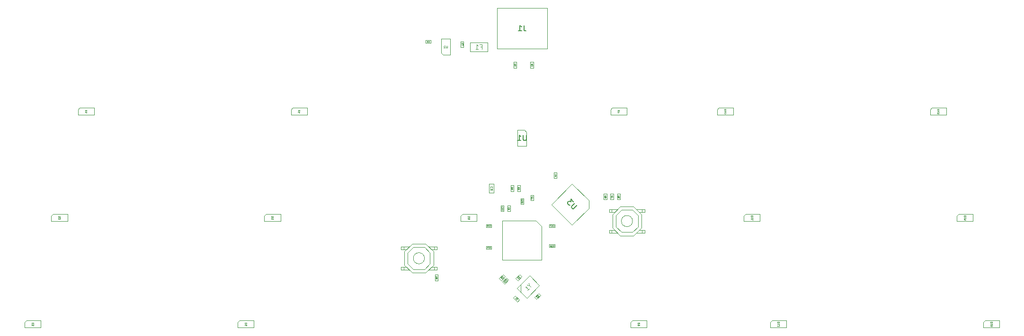
<source format=gbr>
%TF.GenerationSoftware,KiCad,Pcbnew,7.0.6*%
%TF.CreationDate,2023-07-16T23:36:15-04:00*%
%TF.ProjectId,littolRP2040,6c697474-6f6c-4525-9032-3034302e6b69,rev?*%
%TF.SameCoordinates,PX2d6b3a0PY7e098dc*%
%TF.FileFunction,AssemblyDrawing,Bot*%
%FSLAX46Y46*%
G04 Gerber Fmt 4.6, Leading zero omitted, Abs format (unit mm)*
G04 Created by KiCad (PCBNEW 7.0.6) date 2023-07-16 23:36:15*
%MOMM*%
%LPD*%
G01*
G04 APERTURE LIST*
%ADD10C,0.040000*%
%ADD11C,0.050000*%
%ADD12C,0.120000*%
%ADD13C,0.060000*%
%ADD14C,0.105000*%
%ADD15C,0.150000*%
%ADD16C,0.100000*%
G04 APERTURE END LIST*
D10*
X110293804Y28838435D02*
X110305708Y28826530D01*
X110305708Y28826530D02*
X110341423Y28814626D01*
X110341423Y28814626D02*
X110365232Y28814626D01*
X110365232Y28814626D02*
X110400946Y28826530D01*
X110400946Y28826530D02*
X110424756Y28850340D01*
X110424756Y28850340D02*
X110436661Y28874150D01*
X110436661Y28874150D02*
X110448565Y28921769D01*
X110448565Y28921769D02*
X110448565Y28957483D01*
X110448565Y28957483D02*
X110436661Y29005102D01*
X110436661Y29005102D02*
X110424756Y29028911D01*
X110424756Y29028911D02*
X110400946Y29052721D01*
X110400946Y29052721D02*
X110365232Y29064626D01*
X110365232Y29064626D02*
X110341423Y29064626D01*
X110341423Y29064626D02*
X110305708Y29052721D01*
X110305708Y29052721D02*
X110293804Y29040816D01*
X110055708Y28814626D02*
X110198565Y28814626D01*
X110127137Y28814626D02*
X110127137Y29064626D01*
X110127137Y29064626D02*
X110150946Y29028911D01*
X110150946Y29028911D02*
X110174756Y29005102D01*
X110174756Y29005102D02*
X110198565Y28993197D01*
X109972375Y29064626D02*
X109817613Y29064626D01*
X109817613Y29064626D02*
X109900947Y28969388D01*
X109900947Y28969388D02*
X109865232Y28969388D01*
X109865232Y28969388D02*
X109841423Y28957483D01*
X109841423Y28957483D02*
X109829518Y28945578D01*
X109829518Y28945578D02*
X109817613Y28921769D01*
X109817613Y28921769D02*
X109817613Y28862245D01*
X109817613Y28862245D02*
X109829518Y28838435D01*
X109829518Y28838435D02*
X109841423Y28826530D01*
X109841423Y28826530D02*
X109865232Y28814626D01*
X109865232Y28814626D02*
X109936661Y28814626D01*
X109936661Y28814626D02*
X109960470Y28826530D01*
X109960470Y28826530D02*
X109972375Y28838435D01*
D11*
X22172056Y30597205D02*
X21852056Y30597205D01*
X21852056Y30597205D02*
X21852056Y30521015D01*
X21852056Y30521015D02*
X21867294Y30475300D01*
X21867294Y30475300D02*
X21897770Y30444824D01*
X21897770Y30444824D02*
X21928246Y30429586D01*
X21928246Y30429586D02*
X21989198Y30414348D01*
X21989198Y30414348D02*
X22034913Y30414348D01*
X22034913Y30414348D02*
X22095865Y30429586D01*
X22095865Y30429586D02*
X22126341Y30444824D01*
X22126341Y30444824D02*
X22156818Y30475300D01*
X22156818Y30475300D02*
X22172056Y30521015D01*
X22172056Y30521015D02*
X22172056Y30597205D01*
X21882532Y30292443D02*
X21867294Y30277205D01*
X21867294Y30277205D02*
X21852056Y30246729D01*
X21852056Y30246729D02*
X21852056Y30170538D01*
X21852056Y30170538D02*
X21867294Y30140062D01*
X21867294Y30140062D02*
X21882532Y30124824D01*
X21882532Y30124824D02*
X21913008Y30109586D01*
X21913008Y30109586D02*
X21943484Y30109586D01*
X21943484Y30109586D02*
X21989198Y30124824D01*
X21989198Y30124824D02*
X22172056Y30307681D01*
X22172056Y30307681D02*
X22172056Y30109586D01*
D10*
X94149377Y61484323D02*
X94161282Y61496227D01*
X94161282Y61496227D02*
X94173186Y61531942D01*
X94173186Y61531942D02*
X94173186Y61555751D01*
X94173186Y61555751D02*
X94161282Y61591465D01*
X94161282Y61591465D02*
X94137472Y61615275D01*
X94137472Y61615275D02*
X94113662Y61627180D01*
X94113662Y61627180D02*
X94066043Y61639084D01*
X94066043Y61639084D02*
X94030329Y61639084D01*
X94030329Y61639084D02*
X93982710Y61627180D01*
X93982710Y61627180D02*
X93958901Y61615275D01*
X93958901Y61615275D02*
X93935091Y61591465D01*
X93935091Y61591465D02*
X93923186Y61555751D01*
X93923186Y61555751D02*
X93923186Y61531942D01*
X93923186Y61531942D02*
X93935091Y61496227D01*
X93935091Y61496227D02*
X93946996Y61484323D01*
X94173186Y61246227D02*
X94173186Y61389084D01*
X94173186Y61317656D02*
X93923186Y61317656D01*
X93923186Y61317656D02*
X93958901Y61341465D01*
X93958901Y61341465D02*
X93982710Y61365275D01*
X93982710Y61365275D02*
X93994615Y61389084D01*
D12*
X97302848Y61017849D02*
X97569514Y61017849D01*
X97569514Y60598801D02*
X97569514Y61398801D01*
X97569514Y61398801D02*
X97188562Y61398801D01*
X96464753Y60598801D02*
X96921896Y60598801D01*
X96693324Y60598801D02*
X96693324Y61398801D01*
X96693324Y61398801D02*
X96769515Y61284516D01*
X96769515Y61284516D02*
X96845705Y61208325D01*
X96845705Y61208325D02*
X96921896Y61170230D01*
D13*
X91387803Y61180729D02*
X91387803Y60856919D01*
X91387803Y60856919D02*
X91368756Y60818824D01*
X91368756Y60818824D02*
X91349708Y60799776D01*
X91349708Y60799776D02*
X91311613Y60780729D01*
X91311613Y60780729D02*
X91235422Y60780729D01*
X91235422Y60780729D02*
X91197327Y60799776D01*
X91197327Y60799776D02*
X91178280Y60818824D01*
X91178280Y60818824D02*
X91159232Y60856919D01*
X91159232Y60856919D02*
X91159232Y61180729D01*
X90987803Y61142634D02*
X90968755Y61161681D01*
X90968755Y61161681D02*
X90930660Y61180729D01*
X90930660Y61180729D02*
X90835422Y61180729D01*
X90835422Y61180729D02*
X90797327Y61161681D01*
X90797327Y61161681D02*
X90778279Y61142634D01*
X90778279Y61142634D02*
X90759232Y61104538D01*
X90759232Y61104538D02*
X90759232Y61066443D01*
X90759232Y61066443D02*
X90778279Y61009300D01*
X90778279Y61009300D02*
X91006851Y60780729D01*
X91006851Y60780729D02*
X90759232Y60780729D01*
D11*
X141234856Y49799634D02*
X140914856Y49799634D01*
X140914856Y49799634D02*
X140914856Y49723444D01*
X140914856Y49723444D02*
X140930094Y49677729D01*
X140930094Y49677729D02*
X140960570Y49647253D01*
X140960570Y49647253D02*
X140991046Y49632015D01*
X140991046Y49632015D02*
X141051998Y49616777D01*
X141051998Y49616777D02*
X141097713Y49616777D01*
X141097713Y49616777D02*
X141158665Y49632015D01*
X141158665Y49632015D02*
X141189141Y49647253D01*
X141189141Y49647253D02*
X141219618Y49677729D01*
X141219618Y49677729D02*
X141234856Y49723444D01*
X141234856Y49723444D02*
X141234856Y49799634D01*
X141234856Y49312015D02*
X141234856Y49494872D01*
X141234856Y49403444D02*
X140914856Y49403444D01*
X140914856Y49403444D02*
X140960570Y49433920D01*
X140960570Y49433920D02*
X140991046Y49464396D01*
X140991046Y49464396D02*
X141006284Y49494872D01*
X140914856Y49113920D02*
X140914856Y49083443D01*
X140914856Y49083443D02*
X140930094Y49052967D01*
X140930094Y49052967D02*
X140945332Y49037729D01*
X140945332Y49037729D02*
X140975808Y49022491D01*
X140975808Y49022491D02*
X141036760Y49007253D01*
X141036760Y49007253D02*
X141112951Y49007253D01*
X141112951Y49007253D02*
X141173903Y49022491D01*
X141173903Y49022491D02*
X141204379Y49037729D01*
X141204379Y49037729D02*
X141219618Y49052967D01*
X141219618Y49052967D02*
X141234856Y49083443D01*
X141234856Y49083443D02*
X141234856Y49113920D01*
X141234856Y49113920D02*
X141219618Y49144396D01*
X141219618Y49144396D02*
X141204379Y49159634D01*
X141204379Y49159634D02*
X141173903Y49174872D01*
X141173903Y49174872D02*
X141112951Y49190110D01*
X141112951Y49190110D02*
X141036760Y49190110D01*
X141036760Y49190110D02*
X140975808Y49174872D01*
X140975808Y49174872D02*
X140945332Y49159634D01*
X140945332Y49159634D02*
X140930094Y49144396D01*
X140930094Y49144396D02*
X140914856Y49113920D01*
D10*
X102483773Y32073309D02*
X102495678Y32085213D01*
X102495678Y32085213D02*
X102507582Y32120928D01*
X102507582Y32120928D02*
X102507582Y32144737D01*
X102507582Y32144737D02*
X102495678Y32180451D01*
X102495678Y32180451D02*
X102471868Y32204261D01*
X102471868Y32204261D02*
X102448058Y32216166D01*
X102448058Y32216166D02*
X102400439Y32228070D01*
X102400439Y32228070D02*
X102364725Y32228070D01*
X102364725Y32228070D02*
X102317106Y32216166D01*
X102317106Y32216166D02*
X102293297Y32204261D01*
X102293297Y32204261D02*
X102269487Y32180451D01*
X102269487Y32180451D02*
X102257582Y32144737D01*
X102257582Y32144737D02*
X102257582Y32120928D01*
X102257582Y32120928D02*
X102269487Y32085213D01*
X102269487Y32085213D02*
X102281392Y32073309D01*
X102257582Y31859023D02*
X102257582Y31906642D01*
X102257582Y31906642D02*
X102269487Y31930451D01*
X102269487Y31930451D02*
X102281392Y31942356D01*
X102281392Y31942356D02*
X102317106Y31966166D01*
X102317106Y31966166D02*
X102364725Y31978070D01*
X102364725Y31978070D02*
X102459963Y31978070D01*
X102459963Y31978070D02*
X102483773Y31966166D01*
X102483773Y31966166D02*
X102495678Y31954261D01*
X102495678Y31954261D02*
X102507582Y31930451D01*
X102507582Y31930451D02*
X102507582Y31882832D01*
X102507582Y31882832D02*
X102495678Y31859023D01*
X102495678Y31859023D02*
X102483773Y31847118D01*
X102483773Y31847118D02*
X102459963Y31835213D01*
X102459963Y31835213D02*
X102400439Y31835213D01*
X102400439Y31835213D02*
X102376630Y31847118D01*
X102376630Y31847118D02*
X102364725Y31859023D01*
X102364725Y31859023D02*
X102352820Y31882832D01*
X102352820Y31882832D02*
X102352820Y31930451D01*
X102352820Y31930451D02*
X102364725Y31954261D01*
X102364725Y31954261D02*
X102376630Y31966166D01*
X102376630Y31966166D02*
X102400439Y31978070D01*
D14*
X106088874Y18207841D02*
X106324576Y17972139D01*
X105994593Y18632105D02*
X106088874Y18207841D01*
X106088874Y18207841D02*
X105664610Y18302122D01*
X105735321Y17382883D02*
X106018164Y17665726D01*
X105876742Y17524304D02*
X105381767Y18019279D01*
X105381767Y18019279D02*
X105499619Y17995709D01*
X105499619Y17995709D02*
X105593899Y17995709D01*
X105593899Y17995709D02*
X105664610Y18019279D01*
D10*
X110818169Y38026449D02*
X110830074Y38038353D01*
X110830074Y38038353D02*
X110841978Y38074068D01*
X110841978Y38074068D02*
X110841978Y38097877D01*
X110841978Y38097877D02*
X110830074Y38133591D01*
X110830074Y38133591D02*
X110806264Y38157401D01*
X110806264Y38157401D02*
X110782454Y38169306D01*
X110782454Y38169306D02*
X110734835Y38181210D01*
X110734835Y38181210D02*
X110699121Y38181210D01*
X110699121Y38181210D02*
X110651502Y38169306D01*
X110651502Y38169306D02*
X110627693Y38157401D01*
X110627693Y38157401D02*
X110603883Y38133591D01*
X110603883Y38133591D02*
X110591978Y38097877D01*
X110591978Y38097877D02*
X110591978Y38074068D01*
X110591978Y38074068D02*
X110603883Y38038353D01*
X110603883Y38038353D02*
X110615788Y38026449D01*
X110591978Y37800258D02*
X110591978Y37919306D01*
X110591978Y37919306D02*
X110711026Y37931210D01*
X110711026Y37931210D02*
X110699121Y37919306D01*
X110699121Y37919306D02*
X110687216Y37895496D01*
X110687216Y37895496D02*
X110687216Y37835972D01*
X110687216Y37835972D02*
X110699121Y37812163D01*
X110699121Y37812163D02*
X110711026Y37800258D01*
X110711026Y37800258D02*
X110734835Y37788353D01*
X110734835Y37788353D02*
X110794359Y37788353D01*
X110794359Y37788353D02*
X110818169Y37800258D01*
X110818169Y37800258D02*
X110830074Y37812163D01*
X110830074Y37812163D02*
X110841978Y37835972D01*
X110841978Y37835972D02*
X110841978Y37895496D01*
X110841978Y37895496D02*
X110830074Y37919306D01*
X110830074Y37919306D02*
X110818169Y37931210D01*
X107640489Y16243747D02*
X107657325Y16243747D01*
X107657325Y16243747D02*
X107690997Y16260583D01*
X107690997Y16260583D02*
X107707833Y16277419D01*
X107707833Y16277419D02*
X107724669Y16311091D01*
X107724669Y16311091D02*
X107724669Y16344762D01*
X107724669Y16344762D02*
X107716251Y16370016D01*
X107716251Y16370016D02*
X107690997Y16412106D01*
X107690997Y16412106D02*
X107665743Y16437360D01*
X107665743Y16437360D02*
X107623654Y16462614D01*
X107623654Y16462614D02*
X107598400Y16471032D01*
X107598400Y16471032D02*
X107564728Y16471032D01*
X107564728Y16471032D02*
X107531056Y16454196D01*
X107531056Y16454196D02*
X107514220Y16437360D01*
X107514220Y16437360D02*
X107497385Y16403688D01*
X107497385Y16403688D02*
X107497385Y16386852D01*
X107421623Y16344762D02*
X107312190Y16235329D01*
X107312190Y16235329D02*
X107438459Y16226911D01*
X107438459Y16226911D02*
X107413205Y16201658D01*
X107413205Y16201658D02*
X107404787Y16176404D01*
X107404787Y16176404D02*
X107404787Y16159568D01*
X107404787Y16159568D02*
X107413205Y16134314D01*
X107413205Y16134314D02*
X107455295Y16092224D01*
X107455295Y16092224D02*
X107480549Y16083806D01*
X107480549Y16083806D02*
X107497385Y16083806D01*
X107497385Y16083806D02*
X107522638Y16092224D01*
X107522638Y16092224D02*
X107573146Y16142732D01*
X107573146Y16142732D02*
X107581564Y16167986D01*
X107581564Y16167986D02*
X107581564Y16184822D01*
D11*
X188859976Y11699538D02*
X188539976Y11699538D01*
X188539976Y11699538D02*
X188539976Y11623348D01*
X188539976Y11623348D02*
X188555214Y11577633D01*
X188555214Y11577633D02*
X188585690Y11547157D01*
X188585690Y11547157D02*
X188616166Y11531919D01*
X188616166Y11531919D02*
X188677118Y11516681D01*
X188677118Y11516681D02*
X188722833Y11516681D01*
X188722833Y11516681D02*
X188783785Y11531919D01*
X188783785Y11531919D02*
X188814261Y11547157D01*
X188814261Y11547157D02*
X188844738Y11577633D01*
X188844738Y11577633D02*
X188859976Y11623348D01*
X188859976Y11623348D02*
X188859976Y11699538D01*
X188859976Y11211919D02*
X188859976Y11394776D01*
X188859976Y11303348D02*
X188539976Y11303348D01*
X188539976Y11303348D02*
X188585690Y11333824D01*
X188585690Y11333824D02*
X188616166Y11364300D01*
X188616166Y11364300D02*
X188631404Y11394776D01*
X188539976Y10922395D02*
X188539976Y11074776D01*
X188539976Y11074776D02*
X188692357Y11090014D01*
X188692357Y11090014D02*
X188677118Y11074776D01*
X188677118Y11074776D02*
X188661880Y11044300D01*
X188661880Y11044300D02*
X188661880Y10968109D01*
X188661880Y10968109D02*
X188677118Y10937633D01*
X188677118Y10937633D02*
X188692357Y10922395D01*
X188692357Y10922395D02*
X188722833Y10907157D01*
X188722833Y10907157D02*
X188799023Y10907157D01*
X188799023Y10907157D02*
X188829499Y10922395D01*
X188829499Y10922395D02*
X188844738Y10937633D01*
X188844738Y10937633D02*
X188859976Y10968109D01*
X188859976Y10968109D02*
X188859976Y11044300D01*
X188859976Y11044300D02*
X188844738Y11074776D01*
X188844738Y11074776D02*
X188829499Y11090014D01*
D10*
X122157570Y34180603D02*
X122033761Y34267270D01*
X122157570Y34329175D02*
X121897570Y34329175D01*
X121897570Y34329175D02*
X121897570Y34230127D01*
X121897570Y34230127D02*
X121909951Y34205365D01*
X121909951Y34205365D02*
X121922332Y34192984D01*
X121922332Y34192984D02*
X121947094Y34180603D01*
X121947094Y34180603D02*
X121984237Y34180603D01*
X121984237Y34180603D02*
X122008999Y34192984D01*
X122008999Y34192984D02*
X122021380Y34205365D01*
X122021380Y34205365D02*
X122033761Y34230127D01*
X122033761Y34230127D02*
X122033761Y34329175D01*
X121897570Y33957746D02*
X121897570Y34007270D01*
X121897570Y34007270D02*
X121909951Y34032032D01*
X121909951Y34032032D02*
X121922332Y34044413D01*
X121922332Y34044413D02*
X121959475Y34069175D01*
X121959475Y34069175D02*
X122008999Y34081556D01*
X122008999Y34081556D02*
X122108047Y34081556D01*
X122108047Y34081556D02*
X122132809Y34069175D01*
X122132809Y34069175D02*
X122145190Y34056794D01*
X122145190Y34056794D02*
X122157570Y34032032D01*
X122157570Y34032032D02*
X122157570Y33982508D01*
X122157570Y33982508D02*
X122145190Y33957746D01*
X122145190Y33957746D02*
X122132809Y33945365D01*
X122132809Y33945365D02*
X122108047Y33932984D01*
X122108047Y33932984D02*
X122046142Y33932984D01*
X122046142Y33932984D02*
X122021380Y33945365D01*
X122021380Y33945365D02*
X122008999Y33957746D01*
X122008999Y33957746D02*
X121996618Y33982508D01*
X121996618Y33982508D02*
X121996618Y34032032D01*
X121996618Y34032032D02*
X122008999Y34056794D01*
X122008999Y34056794D02*
X122021380Y34069175D01*
X122021380Y34069175D02*
X122046142Y34081556D01*
X101296315Y19611351D02*
X101313151Y19611351D01*
X101313151Y19611351D02*
X101346823Y19628187D01*
X101346823Y19628187D02*
X101363659Y19645023D01*
X101363659Y19645023D02*
X101380495Y19678695D01*
X101380495Y19678695D02*
X101380495Y19712366D01*
X101380495Y19712366D02*
X101372077Y19737620D01*
X101372077Y19737620D02*
X101346823Y19779710D01*
X101346823Y19779710D02*
X101321569Y19804964D01*
X101321569Y19804964D02*
X101279480Y19830218D01*
X101279480Y19830218D02*
X101254226Y19838636D01*
X101254226Y19838636D02*
X101220554Y19838636D01*
X101220554Y19838636D02*
X101186882Y19821800D01*
X101186882Y19821800D02*
X101170046Y19804964D01*
X101170046Y19804964D02*
X101153211Y19771292D01*
X101153211Y19771292D02*
X101153211Y19754456D01*
X101111121Y19594515D02*
X101119539Y19619769D01*
X101119539Y19619769D02*
X101119539Y19636605D01*
X101119539Y19636605D02*
X101111121Y19661859D01*
X101111121Y19661859D02*
X101102703Y19670277D01*
X101102703Y19670277D02*
X101077449Y19678695D01*
X101077449Y19678695D02*
X101060613Y19678695D01*
X101060613Y19678695D02*
X101035359Y19670277D01*
X101035359Y19670277D02*
X101001688Y19636605D01*
X101001688Y19636605D02*
X100993270Y19611351D01*
X100993270Y19611351D02*
X100993270Y19594515D01*
X100993270Y19594515D02*
X101001688Y19569262D01*
X101001688Y19569262D02*
X101010106Y19560844D01*
X101010106Y19560844D02*
X101035359Y19552426D01*
X101035359Y19552426D02*
X101052195Y19552426D01*
X101052195Y19552426D02*
X101077449Y19560844D01*
X101077449Y19560844D02*
X101111121Y19594515D01*
X101111121Y19594515D02*
X101136375Y19602933D01*
X101136375Y19602933D02*
X101153211Y19602933D01*
X101153211Y19602933D02*
X101178464Y19594515D01*
X101178464Y19594515D02*
X101212136Y19560844D01*
X101212136Y19560844D02*
X101220554Y19535590D01*
X101220554Y19535590D02*
X101220554Y19518754D01*
X101220554Y19518754D02*
X101212136Y19493500D01*
X101212136Y19493500D02*
X101178464Y19459828D01*
X101178464Y19459828D02*
X101153211Y19451410D01*
X101153211Y19451410D02*
X101136375Y19451410D01*
X101136375Y19451410D02*
X101111121Y19459828D01*
X101111121Y19459828D02*
X101077449Y19493500D01*
X101077449Y19493500D02*
X101069031Y19518754D01*
X101069031Y19518754D02*
X101069031Y19535590D01*
X101069031Y19535590D02*
X101077449Y19560844D01*
D11*
X145997368Y30749586D02*
X145677368Y30749586D01*
X145677368Y30749586D02*
X145677368Y30673396D01*
X145677368Y30673396D02*
X145692606Y30627681D01*
X145692606Y30627681D02*
X145723082Y30597205D01*
X145723082Y30597205D02*
X145753558Y30581967D01*
X145753558Y30581967D02*
X145814510Y30566729D01*
X145814510Y30566729D02*
X145860225Y30566729D01*
X145860225Y30566729D02*
X145921177Y30581967D01*
X145921177Y30581967D02*
X145951653Y30597205D01*
X145951653Y30597205D02*
X145982130Y30627681D01*
X145982130Y30627681D02*
X145997368Y30673396D01*
X145997368Y30673396D02*
X145997368Y30749586D01*
X145997368Y30261967D02*
X145997368Y30444824D01*
X145997368Y30353396D02*
X145677368Y30353396D01*
X145677368Y30353396D02*
X145723082Y30383872D01*
X145723082Y30383872D02*
X145753558Y30414348D01*
X145753558Y30414348D02*
X145768796Y30444824D01*
X145997368Y29957205D02*
X145997368Y30140062D01*
X145997368Y30048634D02*
X145677368Y30048634D01*
X145677368Y30048634D02*
X145723082Y30079110D01*
X145723082Y30079110D02*
X145753558Y30109586D01*
X145753558Y30109586D02*
X145768796Y30140062D01*
D10*
X89588730Y19688695D02*
X89464921Y19775362D01*
X89588730Y19837267D02*
X89328730Y19837267D01*
X89328730Y19837267D02*
X89328730Y19738219D01*
X89328730Y19738219D02*
X89341111Y19713457D01*
X89341111Y19713457D02*
X89353492Y19701076D01*
X89353492Y19701076D02*
X89378254Y19688695D01*
X89378254Y19688695D02*
X89415397Y19688695D01*
X89415397Y19688695D02*
X89440159Y19701076D01*
X89440159Y19701076D02*
X89452540Y19713457D01*
X89452540Y19713457D02*
X89464921Y19738219D01*
X89464921Y19738219D02*
X89464921Y19837267D01*
X89588730Y19564886D02*
X89588730Y19515362D01*
X89588730Y19515362D02*
X89576350Y19490600D01*
X89576350Y19490600D02*
X89563969Y19478219D01*
X89563969Y19478219D02*
X89526826Y19453457D01*
X89526826Y19453457D02*
X89477302Y19441076D01*
X89477302Y19441076D02*
X89378254Y19441076D01*
X89378254Y19441076D02*
X89353492Y19453457D01*
X89353492Y19453457D02*
X89341111Y19465838D01*
X89341111Y19465838D02*
X89328730Y19490600D01*
X89328730Y19490600D02*
X89328730Y19540124D01*
X89328730Y19540124D02*
X89341111Y19564886D01*
X89341111Y19564886D02*
X89353492Y19577267D01*
X89353492Y19577267D02*
X89378254Y19589648D01*
X89378254Y19589648D02*
X89440159Y19589648D01*
X89440159Y19589648D02*
X89464921Y19577267D01*
X89464921Y19577267D02*
X89477302Y19564886D01*
X89477302Y19564886D02*
X89489683Y19540124D01*
X89489683Y19540124D02*
X89489683Y19490600D01*
X89489683Y19490600D02*
X89477302Y19465838D01*
X89477302Y19465838D02*
X89464921Y19453457D01*
X89464921Y19453457D02*
X89440159Y19441076D01*
D15*
X105537168Y45193731D02*
X105537168Y44384208D01*
X105537168Y44384208D02*
X105489549Y44288970D01*
X105489549Y44288970D02*
X105441930Y44241350D01*
X105441930Y44241350D02*
X105346692Y44193731D01*
X105346692Y44193731D02*
X105156216Y44193731D01*
X105156216Y44193731D02*
X105060978Y44241350D01*
X105060978Y44241350D02*
X105013359Y44288970D01*
X105013359Y44288970D02*
X104965740Y44384208D01*
X104965740Y44384208D02*
X104965740Y45193731D01*
X103965740Y44193731D02*
X104537168Y44193731D01*
X104251454Y44193731D02*
X104251454Y45193731D01*
X104251454Y45193731D02*
X104346692Y45050874D01*
X104346692Y45050874D02*
X104441930Y44955636D01*
X104441930Y44955636D02*
X104537168Y44908017D01*
D10*
X120966942Y34180603D02*
X120843133Y34267270D01*
X120966942Y34329175D02*
X120706942Y34329175D01*
X120706942Y34329175D02*
X120706942Y34230127D01*
X120706942Y34230127D02*
X120719323Y34205365D01*
X120719323Y34205365D02*
X120731704Y34192984D01*
X120731704Y34192984D02*
X120756466Y34180603D01*
X120756466Y34180603D02*
X120793609Y34180603D01*
X120793609Y34180603D02*
X120818371Y34192984D01*
X120818371Y34192984D02*
X120830752Y34205365D01*
X120830752Y34205365D02*
X120843133Y34230127D01*
X120843133Y34230127D02*
X120843133Y34329175D01*
X120706942Y34093937D02*
X120706942Y33920603D01*
X120706942Y33920603D02*
X120966942Y34032032D01*
X98982838Y24913423D02*
X98994742Y24901518D01*
X98994742Y24901518D02*
X99030457Y24889614D01*
X99030457Y24889614D02*
X99054266Y24889614D01*
X99054266Y24889614D02*
X99089980Y24901518D01*
X99089980Y24901518D02*
X99113790Y24925328D01*
X99113790Y24925328D02*
X99125695Y24949138D01*
X99125695Y24949138D02*
X99137599Y24996757D01*
X99137599Y24996757D02*
X99137599Y25032471D01*
X99137599Y25032471D02*
X99125695Y25080090D01*
X99125695Y25080090D02*
X99113790Y25103899D01*
X99113790Y25103899D02*
X99089980Y25127709D01*
X99089980Y25127709D02*
X99054266Y25139614D01*
X99054266Y25139614D02*
X99030457Y25139614D01*
X99030457Y25139614D02*
X98994742Y25127709D01*
X98994742Y25127709D02*
X98982838Y25115804D01*
X98744742Y24889614D02*
X98887599Y24889614D01*
X98816171Y24889614D02*
X98816171Y25139614D01*
X98816171Y25139614D02*
X98839980Y25103899D01*
X98839980Y25103899D02*
X98863790Y25080090D01*
X98863790Y25080090D02*
X98887599Y25068185D01*
X98530457Y25056280D02*
X98530457Y24889614D01*
X98589981Y25151518D02*
X98649504Y24972947D01*
X98649504Y24972947D02*
X98494743Y24972947D01*
X106643464Y57788791D02*
X106519655Y57875458D01*
X106643464Y57937363D02*
X106383464Y57937363D01*
X106383464Y57937363D02*
X106383464Y57838315D01*
X106383464Y57838315D02*
X106395845Y57813553D01*
X106395845Y57813553D02*
X106408226Y57801172D01*
X106408226Y57801172D02*
X106432988Y57788791D01*
X106432988Y57788791D02*
X106470131Y57788791D01*
X106470131Y57788791D02*
X106494893Y57801172D01*
X106494893Y57801172D02*
X106507274Y57813553D01*
X106507274Y57813553D02*
X106519655Y57838315D01*
X106519655Y57838315D02*
X106519655Y57937363D01*
X106408226Y57689744D02*
X106395845Y57677363D01*
X106395845Y57677363D02*
X106383464Y57652601D01*
X106383464Y57652601D02*
X106383464Y57590696D01*
X106383464Y57590696D02*
X106395845Y57565934D01*
X106395845Y57565934D02*
X106408226Y57553553D01*
X106408226Y57553553D02*
X106432988Y57541172D01*
X106432988Y57541172D02*
X106457750Y57541172D01*
X106457750Y57541172D02*
X106494893Y57553553D01*
X106494893Y57553553D02*
X106643464Y57702125D01*
X106643464Y57702125D02*
X106643464Y57541172D01*
D11*
X55509640Y11547157D02*
X55189640Y11547157D01*
X55189640Y11547157D02*
X55189640Y11470967D01*
X55189640Y11470967D02*
X55204878Y11425252D01*
X55204878Y11425252D02*
X55235354Y11394776D01*
X55235354Y11394776D02*
X55265830Y11379538D01*
X55265830Y11379538D02*
X55326782Y11364300D01*
X55326782Y11364300D02*
X55372497Y11364300D01*
X55372497Y11364300D02*
X55433449Y11379538D01*
X55433449Y11379538D02*
X55463925Y11394776D01*
X55463925Y11394776D02*
X55494402Y11425252D01*
X55494402Y11425252D02*
X55509640Y11470967D01*
X55509640Y11470967D02*
X55509640Y11547157D01*
X55189640Y11090014D02*
X55189640Y11150967D01*
X55189640Y11150967D02*
X55204878Y11181443D01*
X55204878Y11181443D02*
X55220116Y11196681D01*
X55220116Y11196681D02*
X55265830Y11227157D01*
X55265830Y11227157D02*
X55326782Y11242395D01*
X55326782Y11242395D02*
X55448687Y11242395D01*
X55448687Y11242395D02*
X55479163Y11227157D01*
X55479163Y11227157D02*
X55494402Y11211919D01*
X55494402Y11211919D02*
X55509640Y11181443D01*
X55509640Y11181443D02*
X55509640Y11120490D01*
X55509640Y11120490D02*
X55494402Y11090014D01*
X55494402Y11090014D02*
X55479163Y11074776D01*
X55479163Y11074776D02*
X55448687Y11059538D01*
X55448687Y11059538D02*
X55372497Y11059538D01*
X55372497Y11059538D02*
X55342021Y11074776D01*
X55342021Y11074776D02*
X55326782Y11090014D01*
X55326782Y11090014D02*
X55311544Y11120490D01*
X55311544Y11120490D02*
X55311544Y11181443D01*
X55311544Y11181443D02*
X55326782Y11211919D01*
X55326782Y11211919D02*
X55342021Y11227157D01*
X55342021Y11227157D02*
X55372497Y11242395D01*
D13*
X99445956Y35700193D02*
X99465004Y35719241D01*
X99465004Y35719241D02*
X99484051Y35776383D01*
X99484051Y35776383D02*
X99484051Y35814479D01*
X99484051Y35814479D02*
X99465004Y35871622D01*
X99465004Y35871622D02*
X99426908Y35909717D01*
X99426908Y35909717D02*
X99388813Y35928764D01*
X99388813Y35928764D02*
X99312623Y35947812D01*
X99312623Y35947812D02*
X99255480Y35947812D01*
X99255480Y35947812D02*
X99179289Y35928764D01*
X99179289Y35928764D02*
X99141194Y35909717D01*
X99141194Y35909717D02*
X99103099Y35871622D01*
X99103099Y35871622D02*
X99084051Y35814479D01*
X99084051Y35814479D02*
X99084051Y35776383D01*
X99084051Y35776383D02*
X99103099Y35719241D01*
X99103099Y35719241D02*
X99122146Y35700193D01*
X99484051Y35509717D02*
X99484051Y35433526D01*
X99484051Y35433526D02*
X99465004Y35395431D01*
X99465004Y35395431D02*
X99445956Y35376383D01*
X99445956Y35376383D02*
X99388813Y35338288D01*
X99388813Y35338288D02*
X99312623Y35319241D01*
X99312623Y35319241D02*
X99160242Y35319241D01*
X99160242Y35319241D02*
X99122146Y35338288D01*
X99122146Y35338288D02*
X99103099Y35357336D01*
X99103099Y35357336D02*
X99084051Y35395431D01*
X99084051Y35395431D02*
X99084051Y35471622D01*
X99084051Y35471622D02*
X99103099Y35509717D01*
X99103099Y35509717D02*
X99122146Y35528764D01*
X99122146Y35528764D02*
X99160242Y35547812D01*
X99160242Y35547812D02*
X99255480Y35547812D01*
X99255480Y35547812D02*
X99293575Y35528764D01*
X99293575Y35528764D02*
X99312623Y35509717D01*
X99312623Y35509717D02*
X99331670Y35471622D01*
X99331670Y35471622D02*
X99331670Y35395431D01*
X99331670Y35395431D02*
X99312623Y35357336D01*
X99312623Y35357336D02*
X99293575Y35338288D01*
X99293575Y35338288D02*
X99255480Y35319241D01*
D11*
X150759880Y11699538D02*
X150439880Y11699538D01*
X150439880Y11699538D02*
X150439880Y11623348D01*
X150439880Y11623348D02*
X150455118Y11577633D01*
X150455118Y11577633D02*
X150485594Y11547157D01*
X150485594Y11547157D02*
X150516070Y11531919D01*
X150516070Y11531919D02*
X150577022Y11516681D01*
X150577022Y11516681D02*
X150622737Y11516681D01*
X150622737Y11516681D02*
X150683689Y11531919D01*
X150683689Y11531919D02*
X150714165Y11547157D01*
X150714165Y11547157D02*
X150744642Y11577633D01*
X150744642Y11577633D02*
X150759880Y11623348D01*
X150759880Y11623348D02*
X150759880Y11699538D01*
X150759880Y11211919D02*
X150759880Y11394776D01*
X150759880Y11303348D02*
X150439880Y11303348D01*
X150439880Y11303348D02*
X150485594Y11333824D01*
X150485594Y11333824D02*
X150516070Y11364300D01*
X150516070Y11364300D02*
X150531308Y11394776D01*
X150470356Y11090014D02*
X150455118Y11074776D01*
X150455118Y11074776D02*
X150439880Y11044300D01*
X150439880Y11044300D02*
X150439880Y10968109D01*
X150439880Y10968109D02*
X150455118Y10937633D01*
X150455118Y10937633D02*
X150470356Y10922395D01*
X150470356Y10922395D02*
X150500832Y10907157D01*
X150500832Y10907157D02*
X150531308Y10907157D01*
X150531308Y10907157D02*
X150577022Y10922395D01*
X150577022Y10922395D02*
X150759880Y11105252D01*
X150759880Y11105252D02*
X150759880Y10907157D01*
D15*
X114629223Y32589024D02*
X114056803Y32016604D01*
X114056803Y32016604D02*
X113955788Y31982932D01*
X113955788Y31982932D02*
X113888444Y31982932D01*
X113888444Y31982932D02*
X113787429Y32016604D01*
X113787429Y32016604D02*
X113652742Y32151291D01*
X113652742Y32151291D02*
X113619070Y32252306D01*
X113619070Y32252306D02*
X113619070Y32319650D01*
X113619070Y32319650D02*
X113652742Y32420665D01*
X113652742Y32420665D02*
X114225162Y32993085D01*
X113955788Y33262459D02*
X113518055Y33700191D01*
X113518055Y33700191D02*
X113484383Y33195115D01*
X113484383Y33195115D02*
X113383368Y33296130D01*
X113383368Y33296130D02*
X113282353Y33329802D01*
X113282353Y33329802D02*
X113215009Y33329802D01*
X113215009Y33329802D02*
X113113994Y33296130D01*
X113113994Y33296130D02*
X112945635Y33127772D01*
X112945635Y33127772D02*
X112911963Y33026756D01*
X112911963Y33026756D02*
X112911963Y32959413D01*
X112911963Y32959413D02*
X112945635Y32858398D01*
X112945635Y32858398D02*
X113147666Y32656367D01*
X113147666Y32656367D02*
X113248681Y32622695D01*
X113248681Y32622695D02*
X113316024Y32622695D01*
D11*
X125756692Y11547157D02*
X125436692Y11547157D01*
X125436692Y11547157D02*
X125436692Y11470967D01*
X125436692Y11470967D02*
X125451930Y11425252D01*
X125451930Y11425252D02*
X125482406Y11394776D01*
X125482406Y11394776D02*
X125512882Y11379538D01*
X125512882Y11379538D02*
X125573834Y11364300D01*
X125573834Y11364300D02*
X125619549Y11364300D01*
X125619549Y11364300D02*
X125680501Y11379538D01*
X125680501Y11379538D02*
X125710977Y11394776D01*
X125710977Y11394776D02*
X125741454Y11425252D01*
X125741454Y11425252D02*
X125756692Y11470967D01*
X125756692Y11470967D02*
X125756692Y11547157D01*
X125756692Y11211919D02*
X125756692Y11150967D01*
X125756692Y11150967D02*
X125741454Y11120490D01*
X125741454Y11120490D02*
X125726215Y11105252D01*
X125726215Y11105252D02*
X125680501Y11074776D01*
X125680501Y11074776D02*
X125619549Y11059538D01*
X125619549Y11059538D02*
X125497644Y11059538D01*
X125497644Y11059538D02*
X125467168Y11074776D01*
X125467168Y11074776D02*
X125451930Y11090014D01*
X125451930Y11090014D02*
X125436692Y11120490D01*
X125436692Y11120490D02*
X125436692Y11181443D01*
X125436692Y11181443D02*
X125451930Y11211919D01*
X125451930Y11211919D02*
X125467168Y11227157D01*
X125467168Y11227157D02*
X125497644Y11242395D01*
X125497644Y11242395D02*
X125573834Y11242395D01*
X125573834Y11242395D02*
X125604311Y11227157D01*
X125604311Y11227157D02*
X125619549Y11211919D01*
X125619549Y11211919D02*
X125634787Y11181443D01*
X125634787Y11181443D02*
X125634787Y11120490D01*
X125634787Y11120490D02*
X125619549Y11090014D01*
X125619549Y11090014D02*
X125604311Y11074776D01*
X125604311Y11074776D02*
X125573834Y11059538D01*
D10*
X101293145Y32192357D02*
X101305050Y32204261D01*
X101305050Y32204261D02*
X101316954Y32239976D01*
X101316954Y32239976D02*
X101316954Y32263785D01*
X101316954Y32263785D02*
X101305050Y32299499D01*
X101305050Y32299499D02*
X101281240Y32323309D01*
X101281240Y32323309D02*
X101257430Y32335214D01*
X101257430Y32335214D02*
X101209811Y32347118D01*
X101209811Y32347118D02*
X101174097Y32347118D01*
X101174097Y32347118D02*
X101126478Y32335214D01*
X101126478Y32335214D02*
X101102669Y32323309D01*
X101102669Y32323309D02*
X101078859Y32299499D01*
X101078859Y32299499D02*
X101066954Y32263785D01*
X101066954Y32263785D02*
X101066954Y32239976D01*
X101066954Y32239976D02*
X101078859Y32204261D01*
X101078859Y32204261D02*
X101090764Y32192357D01*
X101316954Y31954261D02*
X101316954Y32097118D01*
X101316954Y32025690D02*
X101066954Y32025690D01*
X101066954Y32025690D02*
X101102669Y32049499D01*
X101102669Y32049499D02*
X101126478Y32073309D01*
X101126478Y32073309D02*
X101138383Y32097118D01*
X101316954Y31716166D02*
X101316954Y31859023D01*
X101316954Y31787595D02*
X101066954Y31787595D01*
X101066954Y31787595D02*
X101102669Y31811404D01*
X101102669Y31811404D02*
X101126478Y31835214D01*
X101126478Y31835214D02*
X101138383Y31859023D01*
X119776314Y34180603D02*
X119652505Y34267270D01*
X119776314Y34329175D02*
X119516314Y34329175D01*
X119516314Y34329175D02*
X119516314Y34230127D01*
X119516314Y34230127D02*
X119528695Y34205365D01*
X119528695Y34205365D02*
X119541076Y34192984D01*
X119541076Y34192984D02*
X119565838Y34180603D01*
X119565838Y34180603D02*
X119602981Y34180603D01*
X119602981Y34180603D02*
X119627743Y34192984D01*
X119627743Y34192984D02*
X119640124Y34205365D01*
X119640124Y34205365D02*
X119652505Y34230127D01*
X119652505Y34230127D02*
X119652505Y34329175D01*
X119627743Y34032032D02*
X119615362Y34056794D01*
X119615362Y34056794D02*
X119602981Y34069175D01*
X119602981Y34069175D02*
X119578219Y34081556D01*
X119578219Y34081556D02*
X119565838Y34081556D01*
X119565838Y34081556D02*
X119541076Y34069175D01*
X119541076Y34069175D02*
X119528695Y34056794D01*
X119528695Y34056794D02*
X119516314Y34032032D01*
X119516314Y34032032D02*
X119516314Y33982508D01*
X119516314Y33982508D02*
X119528695Y33957746D01*
X119528695Y33957746D02*
X119541076Y33945365D01*
X119541076Y33945365D02*
X119565838Y33932984D01*
X119565838Y33932984D02*
X119578219Y33932984D01*
X119578219Y33932984D02*
X119602981Y33945365D01*
X119602981Y33945365D02*
X119615362Y33957746D01*
X119615362Y33957746D02*
X119627743Y33982508D01*
X119627743Y33982508D02*
X119627743Y34032032D01*
X119627743Y34032032D02*
X119640124Y34056794D01*
X119640124Y34056794D02*
X119652505Y34069175D01*
X119652505Y34069175D02*
X119677267Y34081556D01*
X119677267Y34081556D02*
X119726791Y34081556D01*
X119726791Y34081556D02*
X119751553Y34069175D01*
X119751553Y34069175D02*
X119763934Y34056794D01*
X119763934Y34056794D02*
X119776314Y34032032D01*
X119776314Y34032032D02*
X119776314Y33982508D01*
X119776314Y33982508D02*
X119763934Y33957746D01*
X119763934Y33957746D02*
X119751553Y33945365D01*
X119751553Y33945365D02*
X119726791Y33932984D01*
X119726791Y33932984D02*
X119677267Y33932984D01*
X119677267Y33932984D02*
X119652505Y33945365D01*
X119652505Y33945365D02*
X119640124Y33957746D01*
X119640124Y33957746D02*
X119627743Y33982508D01*
D11*
X60272152Y30597205D02*
X59952152Y30597205D01*
X59952152Y30597205D02*
X59952152Y30521015D01*
X59952152Y30521015D02*
X59967390Y30475300D01*
X59967390Y30475300D02*
X59997866Y30444824D01*
X59997866Y30444824D02*
X60028342Y30429586D01*
X60028342Y30429586D02*
X60089294Y30414348D01*
X60089294Y30414348D02*
X60135009Y30414348D01*
X60135009Y30414348D02*
X60195961Y30429586D01*
X60195961Y30429586D02*
X60226437Y30444824D01*
X60226437Y30444824D02*
X60256914Y30475300D01*
X60256914Y30475300D02*
X60272152Y30521015D01*
X60272152Y30521015D02*
X60272152Y30597205D01*
X59952152Y30124824D02*
X59952152Y30277205D01*
X59952152Y30277205D02*
X60104533Y30292443D01*
X60104533Y30292443D02*
X60089294Y30277205D01*
X60089294Y30277205D02*
X60074056Y30246729D01*
X60074056Y30246729D02*
X60074056Y30170538D01*
X60074056Y30170538D02*
X60089294Y30140062D01*
X60089294Y30140062D02*
X60104533Y30124824D01*
X60104533Y30124824D02*
X60135009Y30109586D01*
X60135009Y30109586D02*
X60211199Y30109586D01*
X60211199Y30109586D02*
X60241675Y30124824D01*
X60241675Y30124824D02*
X60256914Y30140062D01*
X60256914Y30140062D02*
X60272152Y30170538D01*
X60272152Y30170538D02*
X60272152Y30246729D01*
X60272152Y30246729D02*
X60256914Y30277205D01*
X60256914Y30277205D02*
X60241675Y30292443D01*
D10*
X104294171Y19592423D02*
X104267907Y19741252D01*
X104399227Y19697479D02*
X104215379Y19881326D01*
X104215379Y19881326D02*
X104145342Y19811289D01*
X104145342Y19811289D02*
X104136587Y19785025D01*
X104136587Y19785025D02*
X104136587Y19767516D01*
X104136587Y19767516D02*
X104145342Y19741252D01*
X104145342Y19741252D02*
X104171606Y19714988D01*
X104171606Y19714988D02*
X104197870Y19706233D01*
X104197870Y19706233D02*
X104215379Y19706233D01*
X104215379Y19706233D02*
X104241643Y19714988D01*
X104241643Y19714988D02*
X104311680Y19785025D01*
X103943985Y19609932D02*
X104031531Y19697479D01*
X104031531Y19697479D02*
X104127833Y19618687D01*
X104127833Y19618687D02*
X104110323Y19618687D01*
X104110323Y19618687D02*
X104084059Y19609932D01*
X104084059Y19609932D02*
X104040286Y19566159D01*
X104040286Y19566159D02*
X104031531Y19539895D01*
X104031531Y19539895D02*
X104031531Y19522385D01*
X104031531Y19522385D02*
X104040286Y19496122D01*
X104040286Y19496122D02*
X104084059Y19452348D01*
X104084059Y19452348D02*
X104110323Y19443594D01*
X104110323Y19443594D02*
X104127833Y19443594D01*
X104127833Y19443594D02*
X104154097Y19452348D01*
X104154097Y19452348D02*
X104197870Y19496122D01*
X104197870Y19496122D02*
X104206625Y19522385D01*
X104206625Y19522385D02*
X104206625Y19539895D01*
X110293804Y25238435D02*
X110305708Y25226530D01*
X110305708Y25226530D02*
X110341423Y25214626D01*
X110341423Y25214626D02*
X110365232Y25214626D01*
X110365232Y25214626D02*
X110400946Y25226530D01*
X110400946Y25226530D02*
X110424756Y25250340D01*
X110424756Y25250340D02*
X110436661Y25274150D01*
X110436661Y25274150D02*
X110448565Y25321769D01*
X110448565Y25321769D02*
X110448565Y25357483D01*
X110448565Y25357483D02*
X110436661Y25405102D01*
X110436661Y25405102D02*
X110424756Y25428911D01*
X110424756Y25428911D02*
X110400946Y25452721D01*
X110400946Y25452721D02*
X110365232Y25464626D01*
X110365232Y25464626D02*
X110341423Y25464626D01*
X110341423Y25464626D02*
X110305708Y25452721D01*
X110305708Y25452721D02*
X110293804Y25440816D01*
X110055708Y25214626D02*
X110198565Y25214626D01*
X110127137Y25214626D02*
X110127137Y25464626D01*
X110127137Y25464626D02*
X110150946Y25428911D01*
X110150946Y25428911D02*
X110174756Y25405102D01*
X110174756Y25405102D02*
X110198565Y25393197D01*
X109829518Y25464626D02*
X109948566Y25464626D01*
X109948566Y25464626D02*
X109960470Y25345578D01*
X109960470Y25345578D02*
X109948566Y25357483D01*
X109948566Y25357483D02*
X109924756Y25369388D01*
X109924756Y25369388D02*
X109865232Y25369388D01*
X109865232Y25369388D02*
X109841423Y25357483D01*
X109841423Y25357483D02*
X109829518Y25345578D01*
X109829518Y25345578D02*
X109817613Y25321769D01*
X109817613Y25321769D02*
X109817613Y25262245D01*
X109817613Y25262245D02*
X109829518Y25238435D01*
X109829518Y25238435D02*
X109841423Y25226530D01*
X109841423Y25226530D02*
X109865232Y25214626D01*
X109865232Y25214626D02*
X109924756Y25214626D01*
X109924756Y25214626D02*
X109948566Y25226530D01*
X109948566Y25226530D02*
X109960470Y25238435D01*
D11*
X65034664Y49647253D02*
X64714664Y49647253D01*
X64714664Y49647253D02*
X64714664Y49571063D01*
X64714664Y49571063D02*
X64729902Y49525348D01*
X64729902Y49525348D02*
X64760378Y49494872D01*
X64760378Y49494872D02*
X64790854Y49479634D01*
X64790854Y49479634D02*
X64851806Y49464396D01*
X64851806Y49464396D02*
X64897521Y49464396D01*
X64897521Y49464396D02*
X64958473Y49479634D01*
X64958473Y49479634D02*
X64988949Y49494872D01*
X64988949Y49494872D02*
X65019426Y49525348D01*
X65019426Y49525348D02*
X65034664Y49571063D01*
X65034664Y49571063D02*
X65034664Y49647253D01*
X64821330Y49190110D02*
X65034664Y49190110D01*
X64699426Y49266301D02*
X64927997Y49342491D01*
X64927997Y49342491D02*
X64927997Y49144396D01*
X17409544Y11547157D02*
X17089544Y11547157D01*
X17089544Y11547157D02*
X17089544Y11470967D01*
X17089544Y11470967D02*
X17104782Y11425252D01*
X17104782Y11425252D02*
X17135258Y11394776D01*
X17135258Y11394776D02*
X17165734Y11379538D01*
X17165734Y11379538D02*
X17226686Y11364300D01*
X17226686Y11364300D02*
X17272401Y11364300D01*
X17272401Y11364300D02*
X17333353Y11379538D01*
X17333353Y11379538D02*
X17363829Y11394776D01*
X17363829Y11394776D02*
X17394306Y11425252D01*
X17394306Y11425252D02*
X17409544Y11470967D01*
X17409544Y11470967D02*
X17409544Y11547157D01*
X17089544Y11257633D02*
X17089544Y11059538D01*
X17089544Y11059538D02*
X17211448Y11166205D01*
X17211448Y11166205D02*
X17211448Y11120490D01*
X17211448Y11120490D02*
X17226686Y11090014D01*
X17226686Y11090014D02*
X17241925Y11074776D01*
X17241925Y11074776D02*
X17272401Y11059538D01*
X17272401Y11059538D02*
X17348591Y11059538D01*
X17348591Y11059538D02*
X17379067Y11074776D01*
X17379067Y11074776D02*
X17394306Y11090014D01*
X17394306Y11090014D02*
X17409544Y11120490D01*
X17409544Y11120490D02*
X17409544Y11211919D01*
X17409544Y11211919D02*
X17394306Y11242395D01*
X17394306Y11242395D02*
X17379067Y11257633D01*
X95395678Y30597205D02*
X95075678Y30597205D01*
X95075678Y30597205D02*
X95075678Y30521015D01*
X95075678Y30521015D02*
X95090916Y30475300D01*
X95090916Y30475300D02*
X95121392Y30444824D01*
X95121392Y30444824D02*
X95151868Y30429586D01*
X95151868Y30429586D02*
X95212820Y30414348D01*
X95212820Y30414348D02*
X95258535Y30414348D01*
X95258535Y30414348D02*
X95319487Y30429586D01*
X95319487Y30429586D02*
X95349963Y30444824D01*
X95349963Y30444824D02*
X95380440Y30475300D01*
X95380440Y30475300D02*
X95395678Y30521015D01*
X95395678Y30521015D02*
X95395678Y30597205D01*
X95212820Y30231491D02*
X95197582Y30261967D01*
X95197582Y30261967D02*
X95182344Y30277205D01*
X95182344Y30277205D02*
X95151868Y30292443D01*
X95151868Y30292443D02*
X95136630Y30292443D01*
X95136630Y30292443D02*
X95106154Y30277205D01*
X95106154Y30277205D02*
X95090916Y30261967D01*
X95090916Y30261967D02*
X95075678Y30231491D01*
X95075678Y30231491D02*
X95075678Y30170538D01*
X95075678Y30170538D02*
X95090916Y30140062D01*
X95090916Y30140062D02*
X95106154Y30124824D01*
X95106154Y30124824D02*
X95136630Y30109586D01*
X95136630Y30109586D02*
X95151868Y30109586D01*
X95151868Y30109586D02*
X95182344Y30124824D01*
X95182344Y30124824D02*
X95197582Y30140062D01*
X95197582Y30140062D02*
X95212820Y30170538D01*
X95212820Y30170538D02*
X95212820Y30231491D01*
X95212820Y30231491D02*
X95228059Y30261967D01*
X95228059Y30261967D02*
X95243297Y30277205D01*
X95243297Y30277205D02*
X95273773Y30292443D01*
X95273773Y30292443D02*
X95334725Y30292443D01*
X95334725Y30292443D02*
X95365201Y30277205D01*
X95365201Y30277205D02*
X95380440Y30261967D01*
X95380440Y30261967D02*
X95395678Y30231491D01*
X95395678Y30231491D02*
X95395678Y30170538D01*
X95395678Y30170538D02*
X95380440Y30140062D01*
X95380440Y30140062D02*
X95365201Y30124824D01*
X95365201Y30124824D02*
X95334725Y30109586D01*
X95334725Y30109586D02*
X95273773Y30109586D01*
X95273773Y30109586D02*
X95243297Y30124824D01*
X95243297Y30124824D02*
X95228059Y30140062D01*
X95228059Y30140062D02*
X95212820Y30170538D01*
X26934568Y49647253D02*
X26614568Y49647253D01*
X26614568Y49647253D02*
X26614568Y49571063D01*
X26614568Y49571063D02*
X26629806Y49525348D01*
X26629806Y49525348D02*
X26660282Y49494872D01*
X26660282Y49494872D02*
X26690758Y49479634D01*
X26690758Y49479634D02*
X26751710Y49464396D01*
X26751710Y49464396D02*
X26797425Y49464396D01*
X26797425Y49464396D02*
X26858377Y49479634D01*
X26858377Y49479634D02*
X26888853Y49494872D01*
X26888853Y49494872D02*
X26919330Y49525348D01*
X26919330Y49525348D02*
X26934568Y49571063D01*
X26934568Y49571063D02*
X26934568Y49647253D01*
X26934568Y49159634D02*
X26934568Y49342491D01*
X26934568Y49251063D02*
X26614568Y49251063D01*
X26614568Y49251063D02*
X26660282Y49281539D01*
X26660282Y49281539D02*
X26690758Y49312015D01*
X26690758Y49312015D02*
X26705996Y49342491D01*
D10*
X103107522Y35676859D02*
X102983713Y35763526D01*
X103107522Y35825431D02*
X102847522Y35825431D01*
X102847522Y35825431D02*
X102847522Y35726383D01*
X102847522Y35726383D02*
X102859903Y35701621D01*
X102859903Y35701621D02*
X102872284Y35689240D01*
X102872284Y35689240D02*
X102897046Y35676859D01*
X102897046Y35676859D02*
X102934189Y35676859D01*
X102934189Y35676859D02*
X102958951Y35689240D01*
X102958951Y35689240D02*
X102971332Y35701621D01*
X102971332Y35701621D02*
X102983713Y35726383D01*
X102983713Y35726383D02*
X102983713Y35825431D01*
X102934189Y35454002D02*
X103107522Y35454002D01*
X102835142Y35515907D02*
X103020856Y35577812D01*
X103020856Y35577812D02*
X103020856Y35416859D01*
X88032824Y61822891D02*
X88044728Y61810986D01*
X88044728Y61810986D02*
X88080443Y61799082D01*
X88080443Y61799082D02*
X88104252Y61799082D01*
X88104252Y61799082D02*
X88139966Y61810986D01*
X88139966Y61810986D02*
X88163776Y61834796D01*
X88163776Y61834796D02*
X88175681Y61858606D01*
X88175681Y61858606D02*
X88187585Y61906225D01*
X88187585Y61906225D02*
X88187585Y61941939D01*
X88187585Y61941939D02*
X88175681Y61989558D01*
X88175681Y61989558D02*
X88163776Y62013367D01*
X88163776Y62013367D02*
X88139966Y62037177D01*
X88139966Y62037177D02*
X88104252Y62049082D01*
X88104252Y62049082D02*
X88080443Y62049082D01*
X88080443Y62049082D02*
X88044728Y62037177D01*
X88044728Y62037177D02*
X88032824Y62025272D01*
X87937585Y62025272D02*
X87925681Y62037177D01*
X87925681Y62037177D02*
X87901871Y62049082D01*
X87901871Y62049082D02*
X87842347Y62049082D01*
X87842347Y62049082D02*
X87818538Y62037177D01*
X87818538Y62037177D02*
X87806633Y62025272D01*
X87806633Y62025272D02*
X87794728Y62001463D01*
X87794728Y62001463D02*
X87794728Y61977653D01*
X87794728Y61977653D02*
X87806633Y61941939D01*
X87806633Y61941939D02*
X87949490Y61799082D01*
X87949490Y61799082D02*
X87794728Y61799082D01*
X101975809Y19100217D02*
X101992645Y19100217D01*
X101992645Y19100217D02*
X102026317Y19117053D01*
X102026317Y19117053D02*
X102043153Y19133889D01*
X102043153Y19133889D02*
X102059988Y19167560D01*
X102059988Y19167560D02*
X102059988Y19201232D01*
X102059988Y19201232D02*
X102051571Y19226486D01*
X102051571Y19226486D02*
X102026317Y19268576D01*
X102026317Y19268576D02*
X102001063Y19293829D01*
X102001063Y19293829D02*
X101958973Y19319083D01*
X101958973Y19319083D02*
X101933719Y19327501D01*
X101933719Y19327501D02*
X101900048Y19327501D01*
X101900048Y19327501D02*
X101866376Y19310665D01*
X101866376Y19310665D02*
X101849540Y19293829D01*
X101849540Y19293829D02*
X101832704Y19260158D01*
X101832704Y19260158D02*
X101832704Y19243322D01*
X101824286Y18915022D02*
X101925301Y19016038D01*
X101874794Y18965530D02*
X101698017Y19142307D01*
X101698017Y19142307D02*
X101740107Y19133889D01*
X101740107Y19133889D02*
X101773779Y19133889D01*
X101773779Y19133889D02*
X101799032Y19142307D01*
X101495987Y18940276D02*
X101529659Y18973948D01*
X101529659Y18973948D02*
X101554912Y18982366D01*
X101554912Y18982366D02*
X101571748Y18982366D01*
X101571748Y18982366D02*
X101613838Y18973948D01*
X101613838Y18973948D02*
X101655928Y18948694D01*
X101655928Y18948694D02*
X101723271Y18881351D01*
X101723271Y18881351D02*
X101731689Y18856097D01*
X101731689Y18856097D02*
X101731689Y18839261D01*
X101731689Y18839261D02*
X101723271Y18814007D01*
X101723271Y18814007D02*
X101689599Y18780335D01*
X101689599Y18780335D02*
X101664346Y18771917D01*
X101664346Y18771917D02*
X101647510Y18771917D01*
X101647510Y18771917D02*
X101622256Y18780335D01*
X101622256Y18780335D02*
X101580166Y18822425D01*
X101580166Y18822425D02*
X101571748Y18847679D01*
X101571748Y18847679D02*
X101571748Y18864515D01*
X101571748Y18864515D02*
X101580166Y18889769D01*
X101580166Y18889769D02*
X101613838Y18923440D01*
X101613838Y18923440D02*
X101639092Y18931858D01*
X101639092Y18931858D02*
X101655928Y18931858D01*
X101655928Y18931858D02*
X101681181Y18923440D01*
X106650971Y33974565D02*
X106662876Y33986469D01*
X106662876Y33986469D02*
X106674780Y34022184D01*
X106674780Y34022184D02*
X106674780Y34045993D01*
X106674780Y34045993D02*
X106662876Y34081707D01*
X106662876Y34081707D02*
X106639066Y34105517D01*
X106639066Y34105517D02*
X106615256Y34117422D01*
X106615256Y34117422D02*
X106567637Y34129326D01*
X106567637Y34129326D02*
X106531923Y34129326D01*
X106531923Y34129326D02*
X106484304Y34117422D01*
X106484304Y34117422D02*
X106460495Y34105517D01*
X106460495Y34105517D02*
X106436685Y34081707D01*
X106436685Y34081707D02*
X106424780Y34045993D01*
X106424780Y34045993D02*
X106424780Y34022184D01*
X106424780Y34022184D02*
X106436685Y33986469D01*
X106436685Y33986469D02*
X106448590Y33974565D01*
X106424780Y33891231D02*
X106424780Y33724565D01*
X106424780Y33724565D02*
X106674780Y33831707D01*
X103643464Y57788791D02*
X103519655Y57875458D01*
X103643464Y57937363D02*
X103383464Y57937363D01*
X103383464Y57937363D02*
X103383464Y57838315D01*
X103383464Y57838315D02*
X103395845Y57813553D01*
X103395845Y57813553D02*
X103408226Y57801172D01*
X103408226Y57801172D02*
X103432988Y57788791D01*
X103432988Y57788791D02*
X103470131Y57788791D01*
X103470131Y57788791D02*
X103494893Y57801172D01*
X103494893Y57801172D02*
X103507274Y57813553D01*
X103507274Y57813553D02*
X103519655Y57838315D01*
X103519655Y57838315D02*
X103519655Y57937363D01*
X103643464Y57541172D02*
X103643464Y57689744D01*
X103643464Y57615458D02*
X103383464Y57615458D01*
X103383464Y57615458D02*
X103420607Y57640220D01*
X103420607Y57640220D02*
X103445369Y57664982D01*
X103445369Y57664982D02*
X103457750Y57689744D01*
X104865029Y33498299D02*
X104876934Y33510203D01*
X104876934Y33510203D02*
X104888838Y33545918D01*
X104888838Y33545918D02*
X104888838Y33569727D01*
X104888838Y33569727D02*
X104876934Y33605441D01*
X104876934Y33605441D02*
X104853124Y33629251D01*
X104853124Y33629251D02*
X104829314Y33641156D01*
X104829314Y33641156D02*
X104781695Y33653060D01*
X104781695Y33653060D02*
X104745981Y33653060D01*
X104745981Y33653060D02*
X104698362Y33641156D01*
X104698362Y33641156D02*
X104674553Y33629251D01*
X104674553Y33629251D02*
X104650743Y33605441D01*
X104650743Y33605441D02*
X104638838Y33569727D01*
X104638838Y33569727D02*
X104638838Y33545918D01*
X104638838Y33545918D02*
X104650743Y33510203D01*
X104650743Y33510203D02*
X104662648Y33498299D01*
X104888838Y33260203D02*
X104888838Y33403060D01*
X104888838Y33331632D02*
X104638838Y33331632D01*
X104638838Y33331632D02*
X104674553Y33355441D01*
X104674553Y33355441D02*
X104698362Y33379251D01*
X104698362Y33379251D02*
X104710267Y33403060D01*
X104662648Y33164965D02*
X104650743Y33153061D01*
X104650743Y33153061D02*
X104638838Y33129251D01*
X104638838Y33129251D02*
X104638838Y33069727D01*
X104638838Y33069727D02*
X104650743Y33045918D01*
X104650743Y33045918D02*
X104662648Y33034013D01*
X104662648Y33034013D02*
X104686457Y33022108D01*
X104686457Y33022108D02*
X104710267Y33022108D01*
X104710267Y33022108D02*
X104745981Y33034013D01*
X104745981Y33034013D02*
X104888838Y33176870D01*
X104888838Y33176870D02*
X104888838Y33022108D01*
D11*
X179334952Y49799634D02*
X179014952Y49799634D01*
X179014952Y49799634D02*
X179014952Y49723444D01*
X179014952Y49723444D02*
X179030190Y49677729D01*
X179030190Y49677729D02*
X179060666Y49647253D01*
X179060666Y49647253D02*
X179091142Y49632015D01*
X179091142Y49632015D02*
X179152094Y49616777D01*
X179152094Y49616777D02*
X179197809Y49616777D01*
X179197809Y49616777D02*
X179258761Y49632015D01*
X179258761Y49632015D02*
X179289237Y49647253D01*
X179289237Y49647253D02*
X179319714Y49677729D01*
X179319714Y49677729D02*
X179334952Y49723444D01*
X179334952Y49723444D02*
X179334952Y49799634D01*
X179334952Y49312015D02*
X179334952Y49494872D01*
X179334952Y49403444D02*
X179014952Y49403444D01*
X179014952Y49403444D02*
X179060666Y49433920D01*
X179060666Y49433920D02*
X179091142Y49464396D01*
X179091142Y49464396D02*
X179106380Y49494872D01*
X179014952Y49205348D02*
X179014952Y49007253D01*
X179014952Y49007253D02*
X179136856Y49113920D01*
X179136856Y49113920D02*
X179136856Y49068205D01*
X179136856Y49068205D02*
X179152094Y49037729D01*
X179152094Y49037729D02*
X179167333Y49022491D01*
X179167333Y49022491D02*
X179197809Y49007253D01*
X179197809Y49007253D02*
X179273999Y49007253D01*
X179273999Y49007253D02*
X179304475Y49022491D01*
X179304475Y49022491D02*
X179319714Y49037729D01*
X179319714Y49037729D02*
X179334952Y49068205D01*
X179334952Y49068205D02*
X179334952Y49159634D01*
X179334952Y49159634D02*
X179319714Y49190110D01*
X179319714Y49190110D02*
X179304475Y49205348D01*
D15*
X105108597Y64839093D02*
X105108597Y64124808D01*
X105108597Y64124808D02*
X105156216Y63981951D01*
X105156216Y63981951D02*
X105251454Y63886712D01*
X105251454Y63886712D02*
X105394311Y63839093D01*
X105394311Y63839093D02*
X105489549Y63839093D01*
X104108597Y63839093D02*
X104680025Y63839093D01*
X104394311Y63839093D02*
X104394311Y64839093D01*
X104394311Y64839093D02*
X104489549Y64696236D01*
X104489549Y64696236D02*
X104584787Y64600998D01*
X104584787Y64600998D02*
X104680025Y64553379D01*
D10*
X104298150Y35676859D02*
X104174341Y35763526D01*
X104298150Y35825431D02*
X104038150Y35825431D01*
X104038150Y35825431D02*
X104038150Y35726383D01*
X104038150Y35726383D02*
X104050531Y35701621D01*
X104050531Y35701621D02*
X104062912Y35689240D01*
X104062912Y35689240D02*
X104087674Y35676859D01*
X104087674Y35676859D02*
X104124817Y35676859D01*
X104124817Y35676859D02*
X104149579Y35689240D01*
X104149579Y35689240D02*
X104161960Y35701621D01*
X104161960Y35701621D02*
X104174341Y35726383D01*
X104174341Y35726383D02*
X104174341Y35825431D01*
X104038150Y35590193D02*
X104038150Y35429240D01*
X104038150Y35429240D02*
X104137198Y35515907D01*
X104137198Y35515907D02*
X104137198Y35478764D01*
X104137198Y35478764D02*
X104149579Y35454002D01*
X104149579Y35454002D02*
X104161960Y35441621D01*
X104161960Y35441621D02*
X104186722Y35429240D01*
X104186722Y35429240D02*
X104248627Y35429240D01*
X104248627Y35429240D02*
X104273389Y35441621D01*
X104273389Y35441621D02*
X104285770Y35454002D01*
X104285770Y35454002D02*
X104298150Y35478764D01*
X104298150Y35478764D02*
X104298150Y35553050D01*
X104298150Y35553050D02*
X104285770Y35577812D01*
X104285770Y35577812D02*
X104273389Y35590193D01*
D11*
X122184808Y49647253D02*
X121864808Y49647253D01*
X121864808Y49647253D02*
X121864808Y49571063D01*
X121864808Y49571063D02*
X121880046Y49525348D01*
X121880046Y49525348D02*
X121910522Y49494872D01*
X121910522Y49494872D02*
X121940998Y49479634D01*
X121940998Y49479634D02*
X122001950Y49464396D01*
X122001950Y49464396D02*
X122047665Y49464396D01*
X122047665Y49464396D02*
X122108617Y49479634D01*
X122108617Y49479634D02*
X122139093Y49494872D01*
X122139093Y49494872D02*
X122169570Y49525348D01*
X122169570Y49525348D02*
X122184808Y49571063D01*
X122184808Y49571063D02*
X122184808Y49647253D01*
X121864808Y49357729D02*
X121864808Y49144396D01*
X121864808Y49144396D02*
X122184808Y49281539D01*
D10*
X103704387Y15743273D02*
X103704387Y15726437D01*
X103704387Y15726437D02*
X103721223Y15692765D01*
X103721223Y15692765D02*
X103738059Y15675929D01*
X103738059Y15675929D02*
X103771731Y15659093D01*
X103771731Y15659093D02*
X103805402Y15659093D01*
X103805402Y15659093D02*
X103830656Y15667511D01*
X103830656Y15667511D02*
X103872746Y15692765D01*
X103872746Y15692765D02*
X103898000Y15718019D01*
X103898000Y15718019D02*
X103923254Y15760108D01*
X103923254Y15760108D02*
X103931672Y15785362D01*
X103931672Y15785362D02*
X103931672Y15819034D01*
X103931672Y15819034D02*
X103914836Y15852706D01*
X103914836Y15852706D02*
X103898000Y15869542D01*
X103898000Y15869542D02*
X103864328Y15886377D01*
X103864328Y15886377D02*
X103847492Y15886377D01*
X103653880Y15995811D02*
X103536028Y15877960D01*
X103763313Y16021064D02*
X103679133Y15852706D01*
X103679133Y15852706D02*
X103569700Y15962139D01*
D11*
X184097464Y30749586D02*
X183777464Y30749586D01*
X183777464Y30749586D02*
X183777464Y30673396D01*
X183777464Y30673396D02*
X183792702Y30627681D01*
X183792702Y30627681D02*
X183823178Y30597205D01*
X183823178Y30597205D02*
X183853654Y30581967D01*
X183853654Y30581967D02*
X183914606Y30566729D01*
X183914606Y30566729D02*
X183960321Y30566729D01*
X183960321Y30566729D02*
X184021273Y30581967D01*
X184021273Y30581967D02*
X184051749Y30597205D01*
X184051749Y30597205D02*
X184082226Y30627681D01*
X184082226Y30627681D02*
X184097464Y30673396D01*
X184097464Y30673396D02*
X184097464Y30749586D01*
X184097464Y30261967D02*
X184097464Y30444824D01*
X184097464Y30353396D02*
X183777464Y30353396D01*
X183777464Y30353396D02*
X183823178Y30383872D01*
X183823178Y30383872D02*
X183853654Y30414348D01*
X183853654Y30414348D02*
X183868892Y30444824D01*
X183884130Y29987681D02*
X184097464Y29987681D01*
X183762226Y30063872D02*
X183990797Y30140062D01*
X183990797Y30140062D02*
X183990797Y29941967D01*
D10*
X98982838Y28838435D02*
X98994742Y28826530D01*
X98994742Y28826530D02*
X99030457Y28814626D01*
X99030457Y28814626D02*
X99054266Y28814626D01*
X99054266Y28814626D02*
X99089980Y28826530D01*
X99089980Y28826530D02*
X99113790Y28850340D01*
X99113790Y28850340D02*
X99125695Y28874150D01*
X99125695Y28874150D02*
X99137599Y28921769D01*
X99137599Y28921769D02*
X99137599Y28957483D01*
X99137599Y28957483D02*
X99125695Y29005102D01*
X99125695Y29005102D02*
X99113790Y29028911D01*
X99113790Y29028911D02*
X99089980Y29052721D01*
X99089980Y29052721D02*
X99054266Y29064626D01*
X99054266Y29064626D02*
X99030457Y29064626D01*
X99030457Y29064626D02*
X98994742Y29052721D01*
X98994742Y29052721D02*
X98982838Y29040816D01*
X98744742Y28814626D02*
X98887599Y28814626D01*
X98816171Y28814626D02*
X98816171Y29064626D01*
X98816171Y29064626D02*
X98839980Y29028911D01*
X98839980Y29028911D02*
X98863790Y29005102D01*
X98863790Y29005102D02*
X98887599Y28993197D01*
X98589981Y29064626D02*
X98566171Y29064626D01*
X98566171Y29064626D02*
X98542362Y29052721D01*
X98542362Y29052721D02*
X98530457Y29040816D01*
X98530457Y29040816D02*
X98518552Y29017007D01*
X98518552Y29017007D02*
X98506647Y28969388D01*
X98506647Y28969388D02*
X98506647Y28909864D01*
X98506647Y28909864D02*
X98518552Y28862245D01*
X98518552Y28862245D02*
X98530457Y28838435D01*
X98530457Y28838435D02*
X98542362Y28826530D01*
X98542362Y28826530D02*
X98566171Y28814626D01*
X98566171Y28814626D02*
X98589981Y28814626D01*
X98589981Y28814626D02*
X98613790Y28826530D01*
X98613790Y28826530D02*
X98625695Y28838435D01*
X98625695Y28838435D02*
X98637600Y28862245D01*
X98637600Y28862245D02*
X98649504Y28909864D01*
X98649504Y28909864D02*
X98649504Y28969388D01*
X98649504Y28969388D02*
X98637600Y29017007D01*
X98637600Y29017007D02*
X98625695Y29040816D01*
X98625695Y29040816D02*
X98613790Y29052721D01*
X98613790Y29052721D02*
X98589981Y29064626D01*
D16*
%TO.C,C13*%
X109633090Y29178200D02*
X109633090Y28678200D01*
X109633090Y28678200D02*
X110633090Y28678200D01*
X110633090Y29178200D02*
X109633090Y29178200D01*
X110633090Y28678200D02*
X110633090Y29178200D01*
%TO.C,D2*%
X23476618Y31011014D02*
X20901618Y31011014D01*
X20901618Y31011014D02*
X20576618Y30686014D01*
X20576618Y30686014D02*
X20576618Y29711014D01*
X23476618Y29711014D02*
X23476618Y31011014D01*
X20576618Y29711014D02*
X23476618Y29711014D01*
%TO.C,C1*%
X93809612Y60942656D02*
X94309612Y60942656D01*
X94309612Y60942656D02*
X94309612Y61942656D01*
X93809612Y61942656D02*
X93809612Y60942656D01*
X94309612Y61942656D02*
X93809612Y61942656D01*
%TO.C,F1*%
X98636182Y60162656D02*
X98636182Y61762656D01*
X98636182Y61762656D02*
X95436182Y61762656D01*
X95436182Y60162656D02*
X98636182Y60162656D01*
X95436182Y61762656D02*
X95436182Y60162656D01*
%TO.C,U2*%
X90283042Y62412656D02*
X90283042Y59912656D01*
X90283042Y59912656D02*
X90683042Y59512656D01*
X90683042Y59512656D02*
X91883042Y59512656D01*
X91883042Y62412656D02*
X90283042Y62412656D01*
X91883042Y59512656D02*
X91883042Y62412656D01*
%TO.C,D10*%
X142539418Y50061062D02*
X139964418Y50061062D01*
X139964418Y50061062D02*
X139639418Y49736062D01*
X139639418Y49736062D02*
X139639418Y48761062D01*
X142539418Y48761062D02*
X142539418Y50061062D01*
X139639418Y48761062D02*
X142539418Y48761062D01*
%TO.C,C6*%
X102144008Y31531642D02*
X102644008Y31531642D01*
X102644008Y31531642D02*
X102644008Y32531642D01*
X102144008Y32531642D02*
X102144008Y31531642D01*
X102644008Y32531642D02*
X102144008Y32531642D01*
%TO.C,Y1*%
X103848497Y17714073D02*
X106111238Y19976814D01*
X104555603Y17006966D02*
X104555603Y18421179D01*
X105616264Y15946306D02*
X103848497Y17714073D01*
X106111238Y19976814D02*
X107879005Y18209047D01*
X107879005Y18209047D02*
X105616264Y15946306D01*
%TO.C,C5*%
X110478404Y37484782D02*
X110978404Y37484782D01*
X110978404Y37484782D02*
X110978404Y38484782D01*
X110478404Y38484782D02*
X110478404Y37484782D01*
X110978404Y38484782D02*
X110478404Y38484782D01*
%TO.C,C3*%
X107017224Y16100981D02*
X107370777Y15747428D01*
X107370777Y15747428D02*
X108077884Y16454535D01*
X107724331Y16808088D02*
X107017224Y16100981D01*
X108077884Y16454535D02*
X107724331Y16808088D01*
%TO.C,D15*%
X190164538Y11960966D02*
X187589538Y11960966D01*
X187589538Y11960966D02*
X187264538Y11635966D01*
X187264538Y11635966D02*
X187264538Y10660966D01*
X190164538Y10660966D02*
X190164538Y11960966D01*
X187264538Y10660966D02*
X190164538Y10660966D01*
%TO.C,R6*%
X122309370Y34662270D02*
X121769370Y34662270D01*
X121769370Y34662270D02*
X121769370Y33612270D01*
X122309370Y33612270D02*
X122309370Y34662270D01*
X121769370Y33612270D02*
X122309370Y33612270D01*
%TO.C,C8*%
X101733710Y19822139D02*
X101380157Y20175692D01*
X101380157Y20175692D02*
X100673050Y19468585D01*
X101026603Y19115032D02*
X101733710Y19822139D01*
X100673050Y19468585D02*
X101026603Y19115032D01*
%TO.C,D11*%
X147301930Y31011014D02*
X144726930Y31011014D01*
X144726930Y31011014D02*
X144401930Y30686014D01*
X144401930Y30686014D02*
X144401930Y29711014D01*
X147301930Y29711014D02*
X147301930Y31011014D01*
X144401930Y29711014D02*
X147301930Y29711014D01*
%TO.C,R9*%
X89200530Y19120362D02*
X89740530Y19120362D01*
X89740530Y19120362D02*
X89740530Y20170362D01*
X89200530Y20170362D02*
X89200530Y19120362D01*
X89740530Y20170362D02*
X89200530Y20170362D01*
%TO.C,U1*%
X105575264Y43198550D02*
X105575264Y45698550D01*
X105575264Y45698550D02*
X105175264Y46098550D01*
X105175264Y46098550D02*
X103975264Y46098550D01*
X103975264Y43198550D02*
X105575264Y43198550D01*
X103975264Y46098550D02*
X103975264Y43198550D01*
%TO.C,R7*%
X120578742Y33612270D02*
X121118742Y33612270D01*
X121118742Y33612270D02*
X121118742Y34662270D01*
X120578742Y34662270D02*
X120578742Y33612270D01*
X121118742Y34662270D02*
X120578742Y34662270D01*
%TO.C,C14*%
X99322124Y24753188D02*
X99322124Y25253188D01*
X99322124Y25253188D02*
X98322124Y25253188D01*
X98322124Y24753188D02*
X99322124Y24753188D01*
X98322124Y25253188D02*
X98322124Y24753188D01*
%TO.C,R2*%
X106255264Y57220458D02*
X106795264Y57220458D01*
X106795264Y57220458D02*
X106795264Y58270458D01*
X106255264Y58270458D02*
X106255264Y57220458D01*
X106795264Y58270458D02*
X106255264Y58270458D01*
%TO.C,D6*%
X56814202Y11960966D02*
X54239202Y11960966D01*
X54239202Y11960966D02*
X53914202Y11635966D01*
X53914202Y11635966D02*
X53914202Y10660966D01*
X56814202Y10660966D02*
X56814202Y11960966D01*
X53914202Y10660966D02*
X56814202Y10660966D01*
%TO.C,C9*%
X98902124Y34833526D02*
X99702124Y34833526D01*
X99702124Y34833526D02*
X99702124Y36433526D01*
X98902124Y36433526D02*
X98902124Y34833526D01*
X99702124Y36433526D02*
X98902124Y36433526D01*
%TO.C,U4*%
X108275264Y22828200D02*
X108275264Y28828200D01*
X108275264Y28828200D02*
X107275264Y29828200D01*
X107275264Y29828200D02*
X101275264Y29828200D01*
X101275264Y22828200D02*
X108275264Y22828200D01*
X101275264Y29828200D02*
X101275264Y22828200D01*
%TO.C,D12*%
X152064442Y11960966D02*
X149489442Y11960966D01*
X149489442Y11960966D02*
X149164442Y11635966D01*
X149164442Y11635966D02*
X149164442Y10660966D01*
X152064442Y10660966D02*
X152064442Y11960966D01*
X149164442Y10660966D02*
X152064442Y10660966D01*
%TO.C,U3*%
X113704974Y29044102D02*
X116696036Y32035163D01*
X116696036Y32035163D02*
X116696036Y33449377D01*
X116696036Y33449377D02*
X113704974Y36440438D01*
X110006806Y32742270D02*
X113704974Y29044102D01*
X113704974Y36440438D02*
X110006806Y32742270D01*
%TO.C,D9*%
X127061254Y11960966D02*
X124486254Y11960966D01*
X124486254Y11960966D02*
X124161254Y11635966D01*
X124161254Y11635966D02*
X124161254Y10660966D01*
X127061254Y10660966D02*
X127061254Y11960966D01*
X124161254Y10660966D02*
X127061254Y10660966D01*
%TO.C,C11*%
X100953380Y31531642D02*
X101453380Y31531642D01*
X101453380Y31531642D02*
X101453380Y32531642D01*
X100953380Y32531642D02*
X100953380Y31531642D01*
X101453380Y32531642D02*
X100953380Y32531642D01*
%TO.C,R8*%
X119928114Y34662270D02*
X119388114Y34662270D01*
X119388114Y34662270D02*
X119388114Y33612270D01*
X119928114Y33612270D02*
X119928114Y34662270D01*
X119388114Y33612270D02*
X119928114Y33612270D01*
%TO.C,D5*%
X61576714Y31011014D02*
X59001714Y31011014D01*
X59001714Y31011014D02*
X58676714Y30686014D01*
X58676714Y30686014D02*
X58676714Y29711014D01*
X61576714Y29711014D02*
X61576714Y31011014D01*
X58676714Y29711014D02*
X61576714Y29711014D01*
%TO.C,R5*%
X103617800Y19465050D02*
X103999638Y19083212D01*
X103999638Y19083212D02*
X104742100Y19825674D01*
X104360262Y20207512D02*
X103617800Y19465050D01*
X104742100Y19825674D02*
X104360262Y20207512D01*
%TO.C,C15*%
X109633090Y25578200D02*
X109633090Y25078200D01*
X109633090Y25078200D02*
X110633090Y25078200D01*
X110633090Y25578200D02*
X109633090Y25578200D01*
X110633090Y25078200D02*
X110633090Y25578200D01*
%TO.C,D4*%
X66339226Y50061062D02*
X63764226Y50061062D01*
X63764226Y50061062D02*
X63439226Y49736062D01*
X63439226Y49736062D02*
X63439226Y48761062D01*
X66339226Y48761062D02*
X66339226Y50061062D01*
X63439226Y48761062D02*
X66339226Y48761062D01*
%TO.C,D3*%
X18714106Y11960966D02*
X16139106Y11960966D01*
X16139106Y11960966D02*
X15814106Y11635966D01*
X15814106Y11635966D02*
X15814106Y10660966D01*
X18714106Y10660966D02*
X18714106Y11960966D01*
X15814106Y10660966D02*
X18714106Y10660966D01*
%TO.C,D8*%
X96700240Y31011014D02*
X94125240Y31011014D01*
X94125240Y31011014D02*
X93800240Y30686014D01*
X93800240Y30686014D02*
X93800240Y29711014D01*
X96700240Y29711014D02*
X96700240Y31011014D01*
X93800240Y29711014D02*
X96700240Y29711014D01*
%TO.C,D1*%
X28239130Y50061062D02*
X25664130Y50061062D01*
X25664130Y50061062D02*
X25339130Y49736062D01*
X25339130Y49736062D02*
X25339130Y48761062D01*
X28239130Y48761062D02*
X28239130Y50061062D01*
X25339130Y48761062D02*
X28239130Y48761062D01*
%TO.C,R4*%
X102719322Y35108526D02*
X103259322Y35108526D01*
X103259322Y35108526D02*
X103259322Y36158526D01*
X102719322Y36158526D02*
X102719322Y35108526D01*
X103259322Y36158526D02*
X102719322Y36158526D01*
%TO.C,C2*%
X88491158Y61662656D02*
X88491158Y62162656D01*
X88491158Y62162656D02*
X87491158Y62162656D01*
X87491158Y61662656D02*
X88491158Y61662656D01*
X87491158Y62162656D02*
X87491158Y61662656D01*
%TO.C,C16*%
X102329024Y19226825D02*
X101975471Y19580378D01*
X101975471Y19580378D02*
X101268364Y18873271D01*
X101621917Y18519718D02*
X102329024Y19226825D01*
X101268364Y18873271D02*
X101621917Y18519718D01*
%TO.C,RESET1*%
X83120530Y25203188D02*
X83120530Y24703188D01*
X83120530Y24703188D02*
X84120530Y24703188D01*
X83120530Y21503188D02*
X84120530Y21503188D01*
X83120530Y21003188D02*
X83120530Y21503188D01*
X83620530Y25203188D02*
X83620530Y24703188D01*
X83620530Y21003188D02*
X83620530Y21503188D01*
X83720530Y24303188D02*
X85120530Y25703188D01*
X83720530Y21903188D02*
X83720530Y24303188D01*
X84320530Y24103188D02*
X84320530Y22103188D01*
X84320530Y22103188D02*
X85320530Y21103188D01*
X84620530Y25203188D02*
X83120530Y25203188D01*
X84620530Y21003188D02*
X83120530Y21003188D01*
X85120530Y25703188D02*
X87520530Y25703188D01*
X85120530Y20503188D02*
X83720530Y21903188D01*
X85320530Y25103188D02*
X84320530Y24103188D01*
X85320530Y21103188D02*
X87320530Y21103188D01*
X87320530Y25103188D02*
X85320530Y25103188D01*
X87320530Y21103188D02*
X88320530Y22103188D01*
X87520530Y25703188D02*
X88920530Y24303188D01*
X87520530Y20503188D02*
X85120530Y20503188D01*
X88020530Y25203188D02*
X89520530Y25203188D01*
X88020530Y21003188D02*
X89520530Y21003188D01*
X88320530Y24103188D02*
X87320530Y25103188D01*
X88320530Y22103188D02*
X88320530Y24103188D01*
X88920530Y24303188D02*
X88920530Y21903188D01*
X88920530Y21903188D02*
X87520530Y20503188D01*
X89020530Y25203188D02*
X89020530Y24703188D01*
X89020530Y21003188D02*
X89020530Y21503188D01*
X89520530Y25203188D02*
X89520530Y24703188D01*
X89520530Y24703188D02*
X88520530Y24703188D01*
X89520530Y21503188D02*
X88520530Y21503188D01*
X89520530Y21003188D02*
X89520530Y21503188D01*
X87320530Y23103188D02*
G75*
G03*
X87320530Y23103188I-1000000J0D01*
G01*
%TO.C,C7*%
X106311206Y33432898D02*
X106811206Y33432898D01*
X106811206Y33432898D02*
X106811206Y34432898D01*
X106311206Y34432898D02*
X106311206Y33432898D01*
X106811206Y34432898D02*
X106311206Y34432898D01*
%TO.C,R1*%
X103795264Y58270458D02*
X103255264Y58270458D01*
X103255264Y58270458D02*
X103255264Y57220458D01*
X103795264Y57220458D02*
X103795264Y58270458D01*
X103255264Y57220458D02*
X103795264Y57220458D01*
%TO.C,C12*%
X104525264Y32837584D02*
X105025264Y32837584D01*
X105025264Y32837584D02*
X105025264Y33837584D01*
X104525264Y33837584D02*
X104525264Y32837584D01*
X105025264Y33837584D02*
X104525264Y33837584D01*
%TO.C,D13*%
X180639514Y50061062D02*
X178064514Y50061062D01*
X178064514Y50061062D02*
X177739514Y49736062D01*
X177739514Y49736062D02*
X177739514Y48761062D01*
X180639514Y48761062D02*
X180639514Y50061062D01*
X177739514Y48761062D02*
X180639514Y48761062D01*
%TO.C,J1*%
X100305264Y67943912D02*
X109245264Y67943912D01*
X100305264Y60643912D02*
X100305264Y67943912D01*
X100305264Y60643912D02*
X109245264Y60643912D01*
X109245264Y60643912D02*
X109245264Y67943912D01*
%TO.C,R3*%
X103909950Y35108526D02*
X104449950Y35108526D01*
X104449950Y35108526D02*
X104449950Y36158526D01*
X103909950Y36158526D02*
X103909950Y35108526D01*
X104449950Y36158526D02*
X103909950Y36158526D01*
%TO.C,D7*%
X123489370Y50061062D02*
X120914370Y50061062D01*
X120914370Y50061062D02*
X120589370Y49736062D01*
X120589370Y49736062D02*
X120589370Y48761062D01*
X123489370Y48761062D02*
X123489370Y50061062D01*
X120589370Y48761062D02*
X123489370Y48761062D01*
%TO.C,C4*%
X103915176Y15305878D02*
X104268729Y15659431D01*
X104268729Y15659431D02*
X103561622Y16366538D01*
X103208069Y16012985D02*
X103915176Y15305878D01*
X103561622Y16366538D02*
X103208069Y16012985D01*
%TO.C,D14*%
X185402026Y31011014D02*
X182827026Y31011014D01*
X182827026Y31011014D02*
X182502026Y30686014D01*
X182502026Y30686014D02*
X182502026Y29711014D01*
X185402026Y29711014D02*
X185402026Y31011014D01*
X182502026Y29711014D02*
X185402026Y29711014D01*
%TO.C,C10*%
X99322124Y28678200D02*
X99322124Y29178200D01*
X99322124Y29178200D02*
X98322124Y29178200D01*
X98322124Y28678200D02*
X99322124Y28678200D01*
X98322124Y29178200D02*
X98322124Y28678200D01*
%TO.C,BOOT1*%
X126727655Y27665700D02*
X126727655Y28165700D01*
X126727655Y28165700D02*
X125727655Y28165700D01*
X126727655Y31365700D02*
X125727655Y31365700D01*
X126727655Y31865700D02*
X126727655Y31365700D01*
X126227655Y27665700D02*
X126227655Y28165700D01*
X126227655Y31865700D02*
X126227655Y31365700D01*
X126127655Y28565700D02*
X124727655Y27165700D01*
X126127655Y30965700D02*
X126127655Y28565700D01*
X125527655Y28765700D02*
X125527655Y30765700D01*
X125527655Y30765700D02*
X124527655Y31765700D01*
X125227655Y27665700D02*
X126727655Y27665700D01*
X125227655Y31865700D02*
X126727655Y31865700D01*
X124727655Y27165700D02*
X122327655Y27165700D01*
X124727655Y32365700D02*
X126127655Y30965700D01*
X124527655Y27765700D02*
X125527655Y28765700D01*
X124527655Y31765700D02*
X122527655Y31765700D01*
X122527655Y27765700D02*
X124527655Y27765700D01*
X122527655Y31765700D02*
X121527655Y30765700D01*
X122327655Y27165700D02*
X120927655Y28565700D01*
X122327655Y32365700D02*
X124727655Y32365700D01*
X121827655Y27665700D02*
X120327655Y27665700D01*
X121827655Y31865700D02*
X120327655Y31865700D01*
X121527655Y28765700D02*
X122527655Y27765700D01*
X121527655Y30765700D02*
X121527655Y28765700D01*
X120927655Y28565700D02*
X120927655Y30965700D01*
X120927655Y30965700D02*
X122327655Y32365700D01*
X120827655Y27665700D02*
X120827655Y28165700D01*
X120827655Y31865700D02*
X120827655Y31365700D01*
X120327655Y27665700D02*
X120327655Y28165700D01*
X120327655Y28165700D02*
X121327655Y28165700D01*
X120327655Y31365700D02*
X121327655Y31365700D01*
X120327655Y31865700D02*
X120327655Y31365700D01*
X124527655Y29765700D02*
G75*
G03*
X124527655Y29765700I-1000000J0D01*
G01*
%TD*%
M02*

</source>
